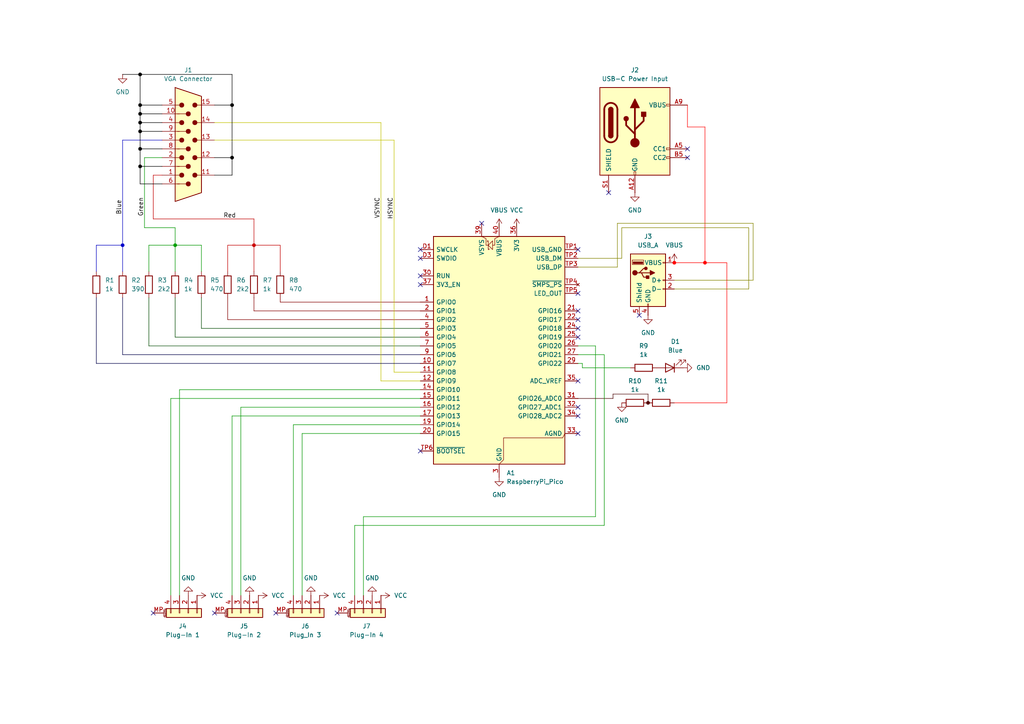
<source format=kicad_sch>
(kicad_sch (version 20250114) (generator "eeschema") (generator_version "9.0")
  (paper "A4")
  (title_block (title "Picomputer - Schematic"))
  (lib_symbols
    (symbol "Connector:DE15_Pins_HighDensity" (pin_names (offset 1.016) (hide yes))
      (property "Reference" "J" (at 0 21.59 0))
      (property "Value" "DE15_Pins_HighDensity" (at 0 19.05 0))
      (symbol "DE15_Pins_HighDensity_0_1"
        (polyline (pts (xy -3.81 17.78) (xy -3.81 -15.24) (xy 3.81 -12.7) (xy 3.81 15.24) (xy -3.81 17.78)) (stroke (width 0.254)) (fill (type background)))
        (polyline (pts (xy -3.175 -5.08) (xy -0.635 -5.08)))
        (circle (center -1.905 12.7) (radius 0.635) (fill (type outline)))
        (circle (center -1.905 7.62) (radius 0.635) (fill (type outline)))
        (circle (center -1.905 2.54) (radius 0.635) (fill (type outline)))
        (circle (center -1.905 -2.54) (radius 0.635) (fill (type outline)))
        (circle (center -1.905 -7.62) (radius 0.635) (fill (type outline)))
        (polyline (pts (xy -0.635 10.16) (xy -3.175 10.16)))
        (polyline (pts (xy -0.635 5.08) (xy -3.175 5.08)))
        (polyline (pts (xy -0.635 0) (xy -3.175 0)))
        (polyline (pts (xy -0.635 -10.16) (xy -3.175 -10.16)))
        (circle (center 0 10.16) (radius 0.635) (fill (type outline)))
        (circle (center 0 5.08) (radius 0.635) (fill (type outline)))
        (circle (center 0 0) (radius 0.635) (fill (type outline)))
        (circle (center 0 -5.08) (radius 0.635) (fill (type outline)))
        (circle (center 0 -10.16) (radius 0.635) (fill (type outline)))
        (circle (center 1.905 12.7) (radius 0.635) (fill (type outline)))
        (circle (center 1.905 7.62) (radius 0.635) (fill (type outline)))
        (circle (center 1.905 2.54) (radius 0.635) (fill (type outline)))
        (circle (center 1.905 -2.54) (radius 0.635) (fill (type outline)))
        (circle (center 1.905 -7.62) (radius 0.635) (fill (type outline)))
      )
      (symbol "DE15_Pins_HighDensity_1_1"
        (pin passive line (at -7.62 12.7 0) (length 5.08) (name "~") (number "5"))
        (pin passive line (at -7.62 10.16 0) (length 5.08) (name "~") (number "10"))
        (pin passive line (at -7.62 7.62 0) (length 5.08) (name "~") (number "4"))
        (pin passive line (at -7.62 5.08 0) (length 5.08) (name "~") (number "9"))
        (pin passive line (at -7.62 2.54 0) (length 5.08) (name "~") (number "3"))
        (pin passive line (at -7.62 0 0) (length 5.08) (name "~") (number "8"))
        (pin passive line (at -7.62 -2.54 0) (length 5.08) (name "~") (number "2"))
        (pin passive line (at -7.62 -5.08 0) (length 5.08) (name "~") (number "7"))
        (pin passive line (at -7.62 -7.62 0) (length 5.08) (name "~") (number "1"))
        (pin passive line (at -7.62 -10.16 0) (length 5.08) (name "~") (number "6"))
        (pin passive line (at 7.62 12.7 180) (length 5.08) (name "~") (number "15"))
        (pin passive line (at 7.62 7.62 180) (length 5.08) (name "~") (number "14"))
        (pin passive line (at 7.62 2.54 180) (length 5.08) (name "~") (number "13"))
        (pin passive line (at 7.62 -2.54 180) (length 5.08) (name "~") (number "12"))
        (pin passive line (at 7.62 -7.62 180) (length 5.08) (name "~") (number "11"))
      )
    )
    (symbol "Connector:USB_A" (pin_names (offset 1.016))
      (property "Reference" "J" (at -5.08 11.43 0))
      (property "Value" "USB_A" (at -5.08 8.89 0))
      (symbol "USB_A_0_1"
        (rectangle (start -5.08 -7.62) (end 5.08 7.62) (stroke (width 0.254)) (fill (type background)))
        (circle (center -3.81 2.159) (radius 0.635) (stroke (width 0.254)) (fill (type outline)))
        (polyline (pts (xy -3.175 2.159) (xy -2.54 2.159) (xy -1.27 3.429) (xy -0.635 3.429)) (stroke (width 0.254)))
        (polyline (pts (xy -2.54 2.159) (xy -1.905 2.159) (xy -1.27 0.889) (xy 0 0.889)) (stroke (width 0.254)))
        (rectangle (start -1.524 4.826) (end -4.318 5.334) (fill (type outline)))
        (rectangle (start -1.27 4.572) (end -4.572 5.842))
        (circle (center -0.635 3.429) (radius 0.381) (stroke (width 0.254)) (fill (type outline)))
        (rectangle (start -0.127 -7.62) (end 0.127 -6.858))
        (rectangle (start 0.254 1.27) (end -0.508 0.508) (stroke (width 0.254)) (fill (type outline)))
        (polyline (pts (xy 0.635 2.794) (xy 0.635 1.524) (xy 1.905 2.159) (xy 0.635 2.794)) (stroke (width 0.254)) (fill (type outline)))
        (rectangle (start 5.08 4.953) (end 4.318 5.207))
        (rectangle (start 5.08 -0.127) (end 4.318 0.127))
        (rectangle (start 5.08 -2.667) (end 4.318 -2.413))
      )
      (symbol "USB_A_1_1"
        (polyline (pts (xy -1.905 2.159) (xy 0.635 2.159)) (stroke (width 0.254)))
        (pin passive line (at -2.54 -10.16 90) (length 2.54) (name "Shield") (number "5"))
        (pin power_in line (at 0 -10.16 90) (length 2.54) (name "GND") (number "4"))
        (pin power_in line (at 7.62 5.08 180) (length 2.54) (name "VBUS") (number "1"))
        (pin bidirectional line (at 7.62 0 180) (length 2.54) (name "D+") (number "3"))
        (pin bidirectional line (at 7.62 -2.54 180) (length 2.54) (name "D-") (number "2"))
      )
    )
    (symbol "Connector:USB_C_Receptacle_PowerOnly_6P" (pin_names (offset 1.016))
      (property "Reference" "J" (at 0 16.51 0))
      (property "Value" "USB_C_Receptacle_PowerOnly_6P" (at 0 13.97 0))
      (symbol "USB_C_Receptacle_PowerOnly_6P_0_0"
        (rectangle (start -0.254 -12.7) (end 0.254 -11.684))
        (rectangle (start 10.16 7.874) (end 9.144 7.366))
        (rectangle (start 10.16 -4.826) (end 9.144 -5.334))
        (rectangle (start 10.16 -7.366) (end 9.144 -7.874))
      )
      (symbol "USB_C_Receptacle_PowerOnly_6P_0_1"
        (rectangle (start -10.16 12.7) (end 10.16 -12.7) (stroke (width 0.254)) (fill (type background)))
        (polyline (pts (xy -8.89 -1.27) (xy -8.89 6.35)) (stroke (width 0.508)))
        (rectangle (start -7.62 -1.27) (end -6.35 6.35) (stroke (width 0.254)) (fill (type outline)))
        (arc (start -7.62 6.35) (mid -6.985 6.9823) (end -6.35 6.35) (stroke (width 0.254)))
        (arc (start -7.62 6.35) (mid -6.985 6.9823) (end -6.35 6.35) (stroke (width 0.254)) (fill (type outline)))
        (arc (start -8.89 6.35) (mid -6.985 8.2467) (end -5.08 6.35) (stroke (width 0.508)))
        (arc (start -5.08 -1.27) (mid -6.985 -3.1667) (end -8.89 -1.27) (stroke (width 0.508)))
        (arc (start -6.35 -1.27) (mid -6.985 -1.9023) (end -7.62 -1.27) (stroke (width 0.254)))
        (arc (start -6.35 -1.27) (mid -6.985 -1.9023) (end -7.62 -1.27) (stroke (width 0.254)) (fill (type outline)))
        (polyline (pts (xy -5.08 6.35) (xy -5.08 -1.27)) (stroke (width 0.508)))
        (circle (center -2.54 3.683) (radius 0.635) (stroke (width 0.254)) (fill (type outline)))
        (polyline (pts (xy -1.27 6.858) (xy 0 9.398) (xy 1.27 6.858) (xy -1.27 6.858)) (stroke (width 0.254)) (fill (type outline)))
        (polyline (pts (xy 0 0.508) (xy 2.54 3.048) (xy 2.54 4.318)) (stroke (width 0.508)))
        (polyline (pts (xy 0 -0.762) (xy -2.54 1.778) (xy -2.54 3.048)) (stroke (width 0.508)))
        (polyline (pts (xy 0 -3.302) (xy 0 6.858)) (stroke (width 0.508)))
        (circle (center 0 -3.302) (radius 1.27) (fill (type outline)))
        (rectangle (start 1.905 4.318) (end 3.175 5.588) (stroke (width 0.254)) (fill (type outline)))
      )
      (symbol "USB_C_Receptacle_PowerOnly_6P_1_1"
        (pin passive line (at -7.62 -17.78 90) (length 5.08) (name "SHIELD") (number "S1"))
        (pin passive line (at 0 -17.78 90) (length 5.08) (name "GND") (number "A12"))
        (pin passive line (at 0 -17.78 90) (length 5.08) (hide yes) (name "GND") (number "B12"))
        (pin passive line (at 15.24 7.62 180) (length 5.08) (name "VBUS") (number "A9"))
        (pin passive line (at 15.24 7.62 180) (length 5.08) (hide yes) (name "VBUS") (number "B9"))
        (pin bidirectional line (at 15.24 -5.08 180) (length 5.08) (name "CC1") (number "A5"))
        (pin bidirectional line (at 15.24 -7.62 180) (length 5.08) (name "CC2") (number "B5"))
      )
    )
    (symbol "Connector_Generic_MountingPin:Conn_01x04_MountingPin" (pin_names (offset 1.016) (hide yes))
      (property "Reference" "J" (at 0 5.08 0))
      (property "Value" "Conn_01x04_MountingPin" (at 1.27 -7.62 0))
      (symbol "Conn_01x04_MountingPin_1_1"
        (rectangle (start -1.27 3.81) (end 1.27 -6.35) (stroke (width 0.254)) (fill (type background)))
        (rectangle (start -1.27 2.667) (end 0 2.413) (stroke (width 0.1524)))
        (rectangle (start -1.27 0.127) (end 0 -0.127) (stroke (width 0.1524)))
        (rectangle (start -1.27 -2.413) (end 0 -2.667) (stroke (width 0.1524)))
        (rectangle (start -1.27 -4.953) (end 0 -5.207) (stroke (width 0.1524)))
        (polyline (pts (xy -1.016 -7.112) (xy 1.016 -7.112)) (stroke (width 0.1524)))
        (text "Mounting" (at 0 -6.731 0) (effects (font (size 0.381 0.381))))
        (pin passive line (at -5.08 2.54 0) (length 3.81) (name "Pin_1") (number "1"))
        (pin passive line (at -5.08 0 0) (length 3.81) (name "Pin_2") (number "2"))
        (pin passive line (at -5.08 -2.54 0) (length 3.81) (name "Pin_3") (number "3"))
        (pin passive line (at -5.08 -5.08 0) (length 3.81) (name "Pin_4") (number "4"))
        (pin passive line (at 0 -10.16 90) (length 3.048) (name "MountPin") (number "MP"))
      )
    )
    (symbol "Device:LED" (pin_numbers (hide yes)) (pin_names (offset 1.016) (hide yes))
      (property "Reference" "D" (at 0 2.54 0))
      (property "Value" "LED" (at 0 -2.54 0))
      (symbol "LED_0_1"
        (polyline (pts (xy -3.048 -0.762) (xy -4.572 -2.286) (xy -3.81 -2.286) (xy -4.572 -2.286) (xy -4.572 -1.524)))
        (polyline (pts (xy -1.778 -0.762) (xy -3.302 -2.286) (xy -2.54 -2.286) (xy -3.302 -2.286) (xy -3.302 -1.524)))
        (polyline (pts (xy -1.27 0) (xy 1.27 0)))
        (polyline (pts (xy -1.27 -1.27) (xy -1.27 1.27)) (stroke (width 0.254)))
        (polyline (pts (xy 1.27 -1.27) (xy 1.27 1.27) (xy -1.27 0) (xy 1.27 -1.27)) (stroke (width 0.254)))
      )
      (symbol "LED_1_1"
        (pin passive line (at -3.81 0 0) (length 2.54) (name "K") (number "1"))
        (pin passive line (at 3.81 0 180) (length 2.54) (name "A") (number "2"))
      )
    )
    (symbol "Device:R" (pin_numbers (hide yes)) (pin_names (offset 0))
      (property "Reference" "R" (at 2.032 0 90))
      (property "Value" "R" (at 0 0 90))
      (symbol "R_0_1"
        (rectangle (start -1.016 -2.54) (end 1.016 2.54) (stroke (width 0.254)))
      )
      (symbol "R_1_1"
        (pin passive line (at 0 3.81 270) (length 1.27) (name "~") (number "1"))
        (pin passive line (at 0 -3.81 90) (length 1.27) (name "~") (number "2"))
      )
    )
    (symbol "MCU_Module:RaspberryPi_Pico_Extensive" (pin_names (offset 0.762))
      (property "Reference" "A" (at -19.05 35.56 0))
      (property "Value" "RaspberryPi_Pico" (at 7.62 35.56 0))
      (symbol "RaspberryPi_Pico_Extensive_0_1"
        (rectangle (start -19.05 34.29) (end 19.05 -31.75) (stroke (width 0.254)) (fill (type background)))
        (polyline (pts (xy -5.08 34.29) (xy -3.81 33.655) (xy -3.81 31.75) (xy -3.175 31.75)))
        (polyline (pts (xy -3.429 32.766) (xy -3.429 33.02) (xy -3.175 33.02) (xy -3.175 30.48) (xy -2.921 30.48) (xy -2.921 30.734)))
        (polyline (pts (xy -3.175 31.75) (xy -1.905 33.02) (xy -1.905 30.48) (xy -3.175 31.75)))
        (polyline (pts (xy 0 34.29) (xy -1.27 33.655) (xy -1.27 31.75) (xy -1.905 31.75)))
        (polyline (pts (xy 0 -31.75) (xy 1.27 -30.48) (xy 1.27 -24.13) (xy 18.415 -24.13) (xy 19.05 -22.86)))
      )
      (symbol "RaspberryPi_Pico_Extensive_1_1"
        (pin input line (at -22.86 30.48 0) (length 3.81) (name "SWCLK") (number "D1"))
        (pin bidirectional line (at -22.86 27.94 0) (length 3.81) (name "SWDIO") (number "D3"))
        (pin passive line (at -22.86 22.86 0) (length 3.81) (name "RUN") (number "30"))
        (pin passive line (at -22.86 20.32 0) (length 3.81) (name "3V3_EN") (number "37"))
        (pin bidirectional line (at -22.86 15.24 0) (length 3.81) (name "GPIO0") (number "1"))
        (pin bidirectional line (at -22.86 12.7 0) (length 3.81) (name "GPIO1") (number "2"))
        (pin bidirectional line (at -22.86 10.16 0) (length 3.81) (name "GPIO2") (number "4"))
        (pin bidirectional line (at -22.86 7.62 0) (length 3.81) (name "GPIO3") (number "5"))
        (pin bidirectional line (at -22.86 5.08 0) (length 3.81) (name "GPIO4") (number "6"))
        (pin bidirectional line (at -22.86 2.54 0) (length 3.81) (name "GPIO5") (number "7"))
        (pin bidirectional line (at -22.86 0 0) (length 3.81) (name "GPIO6") (number "9"))
        (pin bidirectional line (at -22.86 -2.54 0) (length 3.81) (name "GPIO7") (number "10"))
        (pin bidirectional line (at -22.86 -5.08 0) (length 3.81) (name "GPIO8") (number "11"))
        (pin bidirectional line (at -22.86 -7.62 0) (length 3.81) (name "GPIO9") (number "12"))
        (pin bidirectional line (at -22.86 -10.16 0) (length 3.81) (name "GPIO10") (number "14"))
        (pin bidirectional line (at -22.86 -12.7 0) (length 3.81) (name "GPIO11") (number "15"))
        (pin bidirectional line (at -22.86 -15.24 0) (length 3.81) (name "GPIO12") (number "16"))
        (pin bidirectional line (at -22.86 -17.78 0) (length 3.81) (name "GPIO13") (number "17"))
        (pin bidirectional line (at -22.86 -20.32 0) (length 3.81) (name "GPIO14") (number "19"))
        (pin bidirectional line (at -22.86 -22.86 0) (length 3.81) (name "GPIO15") (number "20"))
        (pin input line (at -22.86 -27.94 0) (length 3.81) (name "~{BOOTSEL}") (number "TP6"))
        (pin power_in line (at -5.08 38.1 270) (length 3.81) (name "VSYS") (number "39"))
        (pin power_out line (at 0 38.1 270) (length 3.81) (name "VBUS") (number "40"))
        (pin passive line (at 0 -35.56 90) (length 3.81) (hide yes) (name "GND") (number "13"))
        (pin passive line (at 0 -35.56 90) (length 3.81) (hide yes) (name "GND") (number "18"))
        (pin passive line (at 0 -35.56 90) (length 3.81) (hide yes) (name "GND") (number "23"))
        (pin passive line (at 0 -35.56 90) (length 3.81) (hide yes) (name "GND") (number "28"))
        (pin power_out line (at 0 -35.56 90) (length 3.81) (name "GND") (number "3"))
        (pin passive line (at 0 -35.56 90) (length 3.81) (hide yes) (name "GND") (number "38"))
        (pin passive line (at 0 -35.56 90) (length 3.81) (hide yes) (name "GND") (number "8"))
        (pin passive line (at 0 -35.56 90) (length 3.81) (hide yes) (name "GND") (number "D2"))
        (pin power_out line (at 5.08 38.1 270) (length 3.81) (name "3V3") (number "36"))
        (pin power_out line (at 22.86 30.48 180) (length 3.81) (name "USB_GND") (number "TP1"))
        (pin bidirectional line (at 22.86 27.94 180) (length 3.81) (name "USB_DM") (number "TP2"))
        (pin bidirectional line (at 22.86 25.4 180) (length 3.81) (name "USB_DP") (number "TP3"))
        (pin no_connect line (at 22.86 20.32 180) (length 3.81) (name "~{SMPS_PS}") (number "TP4"))
        (pin output line (at 22.86 17.78 180) (length 3.81) (name "LED_OUT") (number "TP5"))
        (pin bidirectional line (at 22.86 12.7 180) (length 3.81) (name "GPIO16") (number "21"))
        (pin bidirectional line (at 22.86 10.16 180) (length 3.81) (name "GPIO17") (number "22"))
        (pin bidirectional line (at 22.86 7.62 180) (length 3.81) (name "GPIO18") (number "24"))
        (pin bidirectional line (at 22.86 5.08 180) (length 3.81) (name "GPIO19") (number "25"))
        (pin bidirectional line (at 22.86 2.54 180) (length 3.81) (name "GPIO20") (number "26"))
        (pin bidirectional line (at 22.86 0 180) (length 3.81) (name "GPIO21") (number "27"))
        (pin bidirectional line (at 22.86 -2.54 180) (length 3.81) (name "GPIO22") (number "29"))
        (pin power_in line (at 22.86 -7.62 180) (length 3.81) (name "ADC_VREF") (number "35"))
        (pin bidirectional line (at 22.86 -12.7 180) (length 3.81) (name "GPIO26_ADC0") (number "31"))
        (pin bidirectional line (at 22.86 -15.24 180) (length 3.81) (name "GPIO27_ADC1") (number "32"))
        (pin bidirectional line (at 22.86 -17.78 180) (length 3.81) (name "GPIO28_ADC2") (number "34"))
        (pin power_out line (at 22.86 -22.86 180) (length 3.81) (name "AGND") (number "33"))
      )
    )
    (symbol "power:GND" (power) (pin_numbers (hide yes)) (pin_names (offset 0) (hide yes))
      (property "Value" "GND" (at 0 -3.81 0))
      (symbol "GND_0_1"
        (polyline (pts (xy 0 0) (xy 0 -1.27) (xy 1.27 -1.27) (xy 0 -2.54) (xy -1.27 -1.27) (xy 0 -1.27)))
      )
      (symbol "GND_1_1"
        (pin power_in line (at 0 0 270) (length 0) (name "~") (number "1"))
      )
    )
    (symbol "power:VBUS" (power) (pin_numbers (hide yes)) (pin_names (offset 0) (hide yes))
      (property "Value" "VBUS" (at 0 3.556 0))
      (symbol "VBUS_0_1"
        (polyline (pts (xy -0.762 1.27) (xy 0 2.54)))
        (polyline (pts (xy 0 2.54) (xy 0.762 1.27)))
        (polyline (pts (xy 0 0) (xy 0 2.54)))
      )
      (symbol "VBUS_1_1"
        (pin power_in line (at 0 0 90) (length 0) (name "~") (number "1"))
      )
    )
    (symbol "power:VCC" (power) (pin_numbers (hide yes)) (pin_names (offset 0) (hide yes))
      (property "Value" "VCC" (at 0 3.556 0))
      (symbol "VCC_0_1"
        (polyline (pts (xy -0.762 1.27) (xy 0 2.54)))
        (polyline (pts (xy 0 2.54) (xy 0.762 1.27)))
        (polyline (pts (xy 0 0) (xy 0 2.54)))
      )
      (symbol "VCC_1_1"
        (pin power_in line (at 0 0 90) (length 0) (name "~") (number "1"))
      )
    )
  )
  (junction (at 67.31 30.48) (color 0 0 0 1))
  (junction (at 40.64 48.26) (color 0 0 0 1))
  (junction (at 67.31 45.72) (color 0 0 0 1))
  (junction (at 40.64 21.59) (color 0 0 0 1))
  (junction (at 40.64 30.48) (color 0 0 0 1))
  (junction (at 35.56 71.12) (color 0 0 194 1))
  (junction (at 50.8 71.12))
  (junction (at 40.64 35.56) (color 0 0 0 1))
  (junction (at 187.96 116.84) (color 72 0 0 1))
  (junction (at 73.66 71.12) (color 194 0 0 1))
  (junction (at 40.64 33.02) (color 0 0 0 1))
  (junction (at 40.64 38.1) (color 0 0 0 1))
  (junction (at 40.64 43.18) (color 0 0 0 1))
  (junction (at 204.47 76.2) (color 255 0 0 1))
  (junction (at 195.58 76.2) (color 255 0 0 1))
  (no_connect (at 121.92 80.01))
  (no_connect (at 199.39 43.18))
  (no_connect (at 62.23 177.8))
  (no_connect (at 167.64 95.25))
  (no_connect (at 167.64 120.65))
  (no_connect (at 167.64 90.17))
  (no_connect (at 121.92 72.39))
  (no_connect (at 167.64 72.39))
  (no_connect (at 199.39 45.72))
  (no_connect (at 121.92 82.55))
  (no_connect (at 167.64 110.49))
  (no_connect (at 185.42 91.44))
  (no_connect (at 44.45 177.8))
  (no_connect (at 121.92 74.93))
  (no_connect (at 167.64 85.09))
  (no_connect (at 121.92 130.81))
  (no_connect (at 167.64 92.71))
  (no_connect (at 167.64 125.73))
  (no_connect (at 97.79 177.8))
  (no_connect (at 167.64 118.11))
  (no_connect (at 139.7 64.77))
  (no_connect (at 176.53 55.88))
  (no_connect (at 80.01 177.8))
  (no_connect (at 167.64 97.79))
  (wire (pts (xy 52.07 172.72) (xy 52.07 113.03)))
  (wire (pts (xy 121.92 92.71) (xy 66.04 92.71)) (stroke (width 0) (color 132 0 0 1)))
  (wire (pts (xy 81.28 87.63) (xy 81.28 86.36)) (stroke (width 0) (color 132 0 0 1)))
  (wire (pts (xy 58.42 78.74) (xy 58.42 71.12)))
  (wire (pts (xy 167.64 102.87) (xy 175.26 102.87)))
  (wire (pts (xy 187.96 116.84) (xy 187.96 114.3)) (stroke (width 0) (color 72 0 0 1)))
  (wire (pts (xy 58.42 71.12) (xy 50.8 71.12)))
  (wire (pts (xy 110.49 110.49) (xy 121.92 110.49)) (stroke (width 0) (color 194 194 0 1)))
  (wire (pts (xy 49.53 172.72) (xy 49.53 115.57)))
  (wire (pts (xy 40.64 33.02) (xy 40.64 35.56)) (stroke (width 0) (color 0 0 0 1)))
  (wire (pts (xy 102.87 152.4) (xy 102.87 172.72)))
  (wire (pts (xy 43.18 100.33) (xy 43.18 86.36)) (stroke (width 0) (color 0 72 0 1)))
  (wire (pts (xy 87.63 125.73) (xy 121.92 125.73)))
  (wire (pts (xy 40.64 38.1) (xy 40.64 43.18)) (stroke (width 0) (color 0 0 0 1)))
  (wire (pts (xy 35.56 40.64) (xy 35.56 71.12)) (stroke (width 0) (color 0 0 194 1)))
  (wire (pts (xy 175.26 102.87) (xy 175.26 152.4)))
  (wire (pts (xy 121.92 105.41) (xy 27.94 105.41)) (stroke (width 0) (color 0 0 72 1)))
  (wire (pts (xy 73.66 71.12) (xy 73.66 78.74)) (stroke (width 0) (color 194 0 0 1)))
  (wire (pts (xy 46.99 40.64) (xy 35.56 40.64)) (stroke (width 0) (color 0 0 194 1)))
  (wire (pts (xy 144.78 64.77) (xy 144.78 66.04)))
  (wire (pts (xy 114.3 40.64) (xy 114.3 107.95)) (stroke (width 0) (color 194 194 0 1)))
  (wire (pts (xy 40.64 30.48) (xy 46.99 30.48)) (stroke (width 0) (color 0 0 0 1)))
  (wire (pts (xy 46.99 53.34) (xy 40.64 53.34)) (stroke (width 0) (color 0 0 0 1)))
  (wire (pts (xy 218.44 81.28) (xy 195.58 81.28)) (stroke (width 0) (color 132 132 0 1)))
  (wire (pts (xy 40.64 53.34) (xy 40.64 48.26)) (stroke (width 0) (color 0 0 0 1)))
  (wire (pts (xy 87.63 125.73) (xy 87.63 172.72)))
  (wire (pts (xy 50.8 66.04) (xy 50.8 71.12)))
  (wire (pts (xy 62.23 30.48) (xy 67.31 30.48)) (stroke (width 0) (color 0 0 0 1)))
  (wire (pts (xy 62.23 50.8) (xy 67.31 50.8)) (stroke (width 0) (color 0 0 0 1)))
  (wire (pts (xy 180.34 74.93) (xy 180.34 66.04)) (stroke (width 0) (color 132 132 0 1)))
  (wire (pts (xy 27.94 105.41) (xy 27.94 86.36)) (stroke (width 0) (color 0 0 72 1)))
  (wire (pts (xy 46.99 50.8) (xy 44.45 50.8)) (stroke (width 0) (color 194 0 0 1)))
  (wire (pts (xy 35.56 102.87) (xy 35.56 86.36)) (stroke (width 0) (color 0 0 72 1)))
  (wire (pts (xy 177.8 115.57) (xy 177.8 114.3)) (stroke (width 0) (color 72 0 0 1)))
  (wire (pts (xy 66.04 71.12) (xy 66.04 78.74)) (stroke (width 0) (color 194 0 0 1)))
  (wire (pts (xy 121.92 97.79) (xy 50.8 97.79)) (stroke (width 0) (color 0 72 0 1)))
  (wire (pts (xy 167.64 77.47) (xy 179.07 77.47)) (stroke (width 0) (color 132 132 0 1)))
  (wire (pts (xy 121.92 87.63) (xy 81.28 87.63)) (stroke (width 0) (color 132 0 0 1)))
  (wire (pts (xy 199.39 30.48) (xy 199.39 36.83)) (stroke (width 0) (color 255 0 0 1)))
  (wire (pts (xy 69.85 118.11) (xy 121.92 118.11)))
  (wire (pts (xy 218.44 64.77) (xy 218.44 81.28)) (stroke (width 0) (color 132 132 0 1)))
  (wire (pts (xy 199.39 36.83) (xy 204.47 36.83)) (stroke (width 0) (color 255 0 0 1)))
  (wire (pts (xy 67.31 50.8) (xy 67.31 45.72)) (stroke (width 0) (color 0 0 0 1)))
  (wire (pts (xy 73.66 63.5) (xy 73.66 71.12)) (stroke (width 0) (color 194 0 0 1)))
  (wire (pts (xy 50.8 97.79) (xy 50.8 86.36)) (stroke (width 0) (color 0 72 0 1)))
  (wire (pts (xy 35.56 71.12) (xy 35.56 78.74)) (stroke (width 0) (color 0 0 194 1)))
  (wire (pts (xy 85.09 123.19) (xy 85.09 172.72)))
  (wire (pts (xy 67.31 21.59) (xy 40.64 21.59)) (stroke (width 0) (color 0 0 0 1)))
  (wire (pts (xy 210.82 116.84) (xy 210.82 76.2)) (stroke (width 0) (color 255 0 0 1)))
  (wire (pts (xy 58.42 95.25) (xy 58.42 86.36)) (stroke (width 0) (color 0 72 0 1)))
  (wire (pts (xy 121.92 100.33) (xy 43.18 100.33)) (stroke (width 0) (color 0 72 0 1)))
  (wire (pts (xy 217.17 83.82) (xy 195.58 83.82)) (stroke (width 0) (color 132 132 0 1)))
  (wire (pts (xy 172.72 100.33) (xy 172.72 149.86)))
  (wire (pts (xy 46.99 38.1) (xy 40.64 38.1)) (stroke (width 0) (color 0 0 0 1)))
  (wire (pts (xy 149.86 64.77) (xy 149.86 66.04)))
  (wire (pts (xy 62.23 40.64) (xy 114.3 40.64)) (stroke (width 0) (color 194 194 0 1)))
  (wire (pts (xy 114.3 107.95) (xy 121.92 107.95)) (stroke (width 0) (color 194 194 0 1)))
  (wire (pts (xy 168.91 106.68) (xy 182.88 106.68)))
  (wire (pts (xy 179.07 64.77) (xy 218.44 64.77)) (stroke (width 0) (color 132 132 0 1)))
  (wire (pts (xy 67.31 120.65) (xy 121.92 120.65)))
  (wire (pts (xy 50.8 71.12) (xy 43.18 71.12)))
  (wire (pts (xy 210.82 76.2) (xy 204.47 76.2)) (stroke (width 0) (color 255 0 0 1)))
  (wire (pts (xy 167.64 100.33) (xy 172.72 100.33)))
  (wire (pts (xy 40.64 48.26) (xy 40.64 43.18)) (stroke (width 0) (color 0 0 0 1)))
  (wire (pts (xy 67.31 45.72) (xy 67.31 30.48)) (stroke (width 0) (color 0 0 0 1)))
  (wire (pts (xy 66.04 92.71) (xy 66.04 86.36)) (stroke (width 0) (color 132 0 0 1)))
  (wire (pts (xy 179.07 77.47) (xy 179.07 64.77)) (stroke (width 0) (color 132 132 0 1)))
  (wire (pts (xy 204.47 36.83) (xy 204.47 76.2)) (stroke (width 0) (color 255 0 0 1)))
  (wire (pts (xy 46.99 45.72) (xy 41.91 45.72)))
  (wire (pts (xy 40.64 35.56) (xy 40.64 38.1)) (stroke (width 0) (color 0 0 0 1)))
  (wire (pts (xy 67.31 172.72) (xy 67.31 120.65)))
  (wire (pts (xy 46.99 48.26) (xy 40.64 48.26)) (stroke (width 0) (color 0 0 0 1)))
  (wire (pts (xy 175.26 152.4) (xy 102.87 152.4)))
  (wire (pts (xy 180.34 66.04) (xy 217.17 66.04)) (stroke (width 0) (color 132 132 0 1)))
  (wire (pts (xy 40.64 21.59) (xy 35.56 21.59)) (stroke (width 0) (color 0 0 0 1)))
  (wire (pts (xy 121.92 102.87) (xy 35.56 102.87)) (stroke (width 0) (color 0 0 72 1)))
  (wire (pts (xy 52.07 113.03) (xy 121.92 113.03)))
  (wire (pts (xy 217.17 66.04) (xy 217.17 83.82)) (stroke (width 0) (color 132 132 0 1)))
  (wire (pts (xy 49.53 115.57) (xy 121.92 115.57)))
  (wire (pts (xy 40.64 21.59) (xy 40.64 30.48)) (stroke (width 0) (color 0 0 0 1)))
  (wire (pts (xy 44.45 63.5) (xy 73.66 63.5)) (stroke (width 0) (color 194 0 0 1)))
  (wire (pts (xy 177.8 115.57) (xy 167.64 115.57)) (stroke (width 0) (color 72 0 0 1)))
  (wire (pts (xy 85.09 123.19) (xy 121.92 123.19)))
  (wire (pts (xy 41.91 66.04) (xy 50.8 66.04)))
  (wire (pts (xy 73.66 90.17) (xy 73.66 86.36)) (stroke (width 0) (color 132 0 0 1)))
  (wire (pts (xy 167.64 74.93) (xy 180.34 74.93)) (stroke (width 0) (color 132 132 0 1)))
  (wire (pts (xy 167.64 105.41) (xy 168.91 105.41)))
  (wire (pts (xy 46.99 33.02) (xy 40.64 33.02)) (stroke (width 0) (color 0 0 0 1)))
  (wire (pts (xy 73.66 71.12) (xy 81.28 71.12)) (stroke (width 0) (color 194 0 0 1)))
  (wire (pts (xy 50.8 71.12) (xy 50.8 78.74)))
  (wire (pts (xy 62.23 45.72) (xy 67.31 45.72)) (stroke (width 0) (color 0 0 0 1)))
  (wire (pts (xy 195.58 116.84) (xy 210.82 116.84)) (stroke (width 0) (color 255 0 0 1)))
  (wire (pts (xy 204.47 76.2) (xy 195.58 76.2)) (stroke (width 0) (color 255 0 0 1)))
  (wire (pts (xy 46.99 43.18) (xy 40.64 43.18)) (stroke (width 0) (color 0 0 0 1)))
  (wire (pts (xy 73.66 71.12) (xy 66.04 71.12)) (stroke (width 0) (color 194 0 0 1)))
  (wire (pts (xy 105.41 149.86) (xy 105.41 172.72)))
  (wire (pts (xy 46.99 35.56) (xy 40.64 35.56)) (stroke (width 0) (color 0 0 0 1)))
  (wire (pts (xy 62.23 35.56) (xy 110.49 35.56)) (stroke (width 0) (color 194 194 0 1)))
  (wire (pts (xy 69.85 172.72) (xy 69.85 118.11)))
  (wire (pts (xy 121.92 95.25) (xy 58.42 95.25)) (stroke (width 0) (color 0 72 0 1)))
  (wire (pts (xy 27.94 71.12) (xy 35.56 71.12)) (stroke (width 0) (color 0 0 194 1)))
  (wire (pts (xy 43.18 71.12) (xy 43.18 78.74)))
  (wire (pts (xy 172.72 149.86) (xy 105.41 149.86)))
  (wire (pts (xy 168.91 105.41) (xy 168.91 106.68)))
  (wire (pts (xy 67.31 30.48) (xy 67.31 21.59)) (stroke (width 0) (color 0 0 0 1)))
  (wire (pts (xy 187.96 114.3) (xy 177.8 114.3)) (stroke (width 0) (color 72 0 0 1)))
  (wire (pts (xy 121.92 90.17) (xy 73.66 90.17)) (stroke (width 0) (color 132 0 0 1)))
  (wire (pts (xy 110.49 35.56) (xy 110.49 110.49)) (stroke (width 0) (color 194 194 0 1)))
  (wire (pts (xy 27.94 78.74) (xy 27.94 71.12)) (stroke (width 0) (color 0 0 194 1)))
  (wire (pts (xy 41.91 45.72) (xy 41.91 66.04)))
  (wire (pts (xy 40.64 30.48) (xy 40.64 33.02)) (stroke (width 0) (color 0 0 0 1)))
  (wire (pts (xy 81.28 71.12) (xy 81.28 78.74)) (stroke (width 0) (color 194 0 0 1)))
  (wire (pts (xy 44.45 50.8) (xy 44.45 63.5)) (stroke (width 0) (color 194 0 0 1)))
  (label "HSYNC" (at 114.3 57.15 270))
  (label "VSYNC" (at 110.49 57.15 270))
  (label "Blue" (at 35.56 62.23 90))
  (label "Green" (at 41.91 57.15 270))
  (label "Red" (at 64.77 63.5 0))
  (symbol (lib_id "power:GND") (at 144.78 138.43 0) (unit 1)
    (property "Reference" "#PWR02" (effects (hide yes)))
    (property "Value" "GND" (at 144.78 143.51 0))
    (property "Description" "Power symbol creates a global label with name \"GND\" , ground" (effects (hide yes)))
  )
  (symbol (lib_id "power:GND") (at 90.17 172.72 180) (unit 1)
    (property "Reference" "#PWR014" (effects (hide yes)))
    (property "Value" "GND" (at 90.17 167.64 0))
    (property "Description" "Power symbol creates a global label with name \"GND\" , ground" (effects (hide yes)))
  )
  (symbol (lib_id "Device:R") (at 43.18 82.55 0) (unit 1)
    (property "Reference" "R3" (at 45.72 81.2799 0) (effects (justify left)))
    (property "Value" "2k2" (at 45.72 83.8199 0) (effects (justify left)))
    (property "Footprint" "Resistor_THT:R_Axial_DIN0204_L3.6mm_D1.6mm_P5.08mm_Horizontal" (effects (hide yes)))
    (property "Description" "Resistor" (effects (hide yes)))
  )
  (symbol (lib_id "power:VBUS") (at 195.58 76.2 0) (unit 1)
    (property "Reference" "#PWR06" (effects (hide yes)))
    (property "Value" "VBUS" (at 195.58 71.12 0))
    (property "Description" "Power symbol creates a global label with name \"VBUS\"" (effects (hide yes)))
  )
  (symbol (lib_id "power:GND") (at 72.39 172.72 180) (unit 1)
    (property "Reference" "#PWR013" (effects (hide yes)))
    (property "Value" "GND" (at 72.39 167.64 0))
    (property "Description" "Power symbol creates a global label with name \"GND\" , ground" (effects (hide yes)))
  )
  (symbol (lib_id "Device:R") (at 50.8 82.55 0) (unit 1)
    (property "Reference" "R4" (at 53.34 81.2799 0) (effects (justify left)))
    (property "Value" "1k" (at 53.34 83.8199 0) (effects (justify left)))
    (property "Footprint" "Resistor_THT:R_Axial_DIN0204_L3.6mm_D1.6mm_P5.08mm_Horizontal" (effects (hide yes)))
    (property "Description" "Resistor" (effects (hide yes)))
  )
  (symbol (lib_id "MCU_Module:RaspberryPi_Pico_Extensive") (at 144.78 102.87 0) (unit 1)
    (property "Reference" "A1" (at 146.9233 137.16 0) (effects (justify left)))
    (property "Value" "RaspberryPi_Pico" (at 146.9233 139.7 0) (effects (justify left)))
    (property "Footprint" "Module:RaspberryPi_Pico_SMD" (effects (hide yes)))
    (property "Datasheet" "https://datasheets.raspberrypi.com/pico/pico-datasheet.pdf" (effects (hide yes)))
    (property "Description" "Versatile and inexpensive microcontroller module (with full pinout for test point and debug connections) powered by RP2040 dual-core Arm Cortex-M0+ processor up to 133 MHz, 264kB SRAM, 2MB QSPI flash; also supports Raspberry Pi Pico 2" (effects (hide yes)))
  )
  (symbol (lib_id "Device:R") (at 184.15 116.84 90) (unit 1)
    (property "Reference" "R10" (at 184.15 110.49 90))
    (property "Value" "1k" (at 184.15 113.03 90))
    (property "Footprint" "Resistor_THT:R_Axial_DIN0204_L3.6mm_D1.6mm_P5.08mm_Horizontal" (effects (hide yes)))
    (property "Description" "Resistor" (effects (hide yes)))
  )
  (symbol (lib_id "Connector_Generic_MountingPin:Conn_01x04_MountingPin") (at 72.39 177.8 270) (unit 1)
    (property "Reference" "J5" (at 70.7644 181.61 90))
    (property "Value" "Plug-In 2" (at 70.7644 184.15 90))
    (property "Footprint" "Connector_PinSocket_2.54mm:PinSocket_1x04_P2.54mm_Vertical" (effects (hide yes)))
    (property "Description" "Generic connectable mounting pin connector, single row, 01x04, script generated (kicad-library-utils/schlib/autogen/connector/)" (effects (hide yes)))
  )
  (symbol (lib_id "power:GND") (at 198.12 106.68 90) (unit 1)
    (property "Reference" "#PWR016" (effects (hide yes)))
    (property "Value" "GND" (at 201.93 106.6799 90) (effects (justify right)))
    (property "Description" "Power symbol creates a global label with name \"GND\" , ground" (effects (hide yes)))
  )
  (symbol (lib_id "Device:R") (at 81.28 82.55 0) (unit 1)
    (property "Reference" "R8" (at 83.82 81.2799 0) (effects (justify left)))
    (property "Value" "470" (at 83.82 83.8199 0) (effects (justify left)))
    (property "Footprint" "Resistor_THT:R_Axial_DIN0204_L3.6mm_D1.6mm_P5.08mm_Horizontal" (effects (hide yes)))
    (property "Description" "Resistor" (effects (hide yes)))
  )
  (symbol (lib_id "Device:R") (at 66.04 82.55 0) (unit 1)
    (property "Reference" "R6" (at 68.58 81.2799 0) (effects (justify left)))
    (property "Value" "2k2" (at 68.58 83.8199 0) (effects (justify left)))
    (property "Footprint" "Resistor_THT:R_Axial_DIN0204_L3.6mm_D1.6mm_P5.08mm_Horizontal" (effects (hide yes)))
    (property "Description" "Resistor" (effects (hide yes)))
  )
  (symbol (lib_id "Device:R") (at 186.69 106.68 270) (unit 1)
    (property "Reference" "R9" (at 186.69 100.33 90))
    (property "Value" "1k" (at 186.69 102.87 90))
    (property "Footprint" "Resistor_THT:R_Axial_DIN0204_L3.6mm_D1.6mm_P5.08mm_Horizontal" (effects (hide yes)))
    (property "Description" "Resistor" (effects (hide yes)))
  )
  (symbol (lib_id "power:GND") (at 54.61 172.72 180) (unit 1)
    (property "Reference" "#PWR012" (effects (hide yes)))
    (property "Value" "GND" (at 54.61 167.64 0))
    (property "Description" "Power symbol creates a global label with name \"GND\" , ground" (effects (hide yes)))
  )
  (symbol (lib_id "power:VCC") (at 57.15 172.72 270) (unit 1)
    (property "Reference" "#PWR08" (effects (hide yes)))
    (property "Value" "VCC" (at 60.96 172.7199 90) (effects (justify left)))
    (property "Description" "Power symbol creates a global label with name \"VCC\"" (effects (hide yes)))
  )
  (symbol (lib_id "Connector_Generic_MountingPin:Conn_01x04_MountingPin") (at 90.17 177.8 270) (unit 1)
    (property "Reference" "J6" (at 88.5444 181.61 90))
    (property "Value" "Plug_In 3" (at 88.5444 184.15 90))
    (property "Footprint" "Connector_PinSocket_2.54mm:PinSocket_1x04_P2.54mm_Vertical" (effects (hide yes)))
    (property "Description" "Generic connectable mounting pin connector, single row, 01x04, script generated (kicad-library-utils/schlib/autogen/connector/)" (effects (hide yes)))
  )
  (symbol (lib_id "Device:LED") (at 194.31 106.68 180) (unit 1)
    (property "Reference" "D1" (at 195.8975 99.06 0))
    (property "Value" "Blue" (at 195.8975 101.6 0))
    (property "Footprint" "LED_THT:LED_D3.0mm" (effects (hide yes)))
    (property "Description" "Light emitting diode" (effects (hide yes)))
    (property "Sim.Pins" "1=K 2=A" (effects (hide yes)))
  )
  (symbol (lib_id "power:GND") (at 180.34 116.84 0) (unit 1)
    (property "Reference" "#PWR017" (effects (hide yes)))
    (property "Value" "GND" (at 180.34 121.92 0))
    (property "Description" "Power symbol creates a global label with name \"GND\" , ground" (effects (hide yes)))
  )
  (symbol (lib_id "power:GND") (at 184.15 55.88 0) (unit 1)
    (property "Reference" "#PWR05" (effects (hide yes)))
    (property "Value" "GND" (at 184.15 60.96 0))
    (property "Description" "Power symbol creates a global label with name \"GND\" , ground" (effects (hide yes)))
  )
  (symbol (lib_id "Connector_Generic_MountingPin:Conn_01x04_MountingPin") (at 54.61 177.8 270) (unit 1)
    (property "Reference" "J4" (at 52.9844 181.61 90))
    (property "Value" "Plug-In 1" (at 52.9844 184.15 90))
    (property "Footprint" "Connector_PinSocket_2.54mm:PinSocket_1x04_P2.54mm_Vertical" (effects (hide yes)))
    (property "Description" "Generic connectable mounting pin connector, single row, 01x04, script generated (kicad-library-utils/schlib/autogen/connector/)" (effects (hide yes)))
  )
  (symbol (lib_id "power:VCC") (at 74.93 172.72 270) (unit 1)
    (property "Reference" "#PWR09" (effects (hide yes)))
    (property "Value" "VCC" (at 78.74 172.7199 90) (effects (justify left)))
    (property "Description" "Power symbol creates a global label with name \"VCC\"" (effects (hide yes)))
  )
  (symbol (lib_id "Connector:USB_C_Receptacle_PowerOnly_6P") (at 184.15 38.1 0) (unit 1)
    (property "Reference" "J2" (at 184.15 20.32 0))
    (property "Value" "USB-C Power Input" (at 184.15 22.86 0))
    (property "Footprint" "Connector_USB:USB_C_Receptacle_GCT_USB4125-xx-x_6P_TopMnt_Horizontal" (effects (hide yes)))
    (property "Datasheet" "https://www.usb.org/sites/default/files/documents/usb_type-c.zip" (effects (hide yes)))
    (property "Description" "USB Power-Only 6P Type-C Receptacle connector" (effects (hide yes)))
  )
  (symbol (lib_id "Device:R") (at 58.42 82.55 0) (unit 1)
    (property "Reference" "R5" (at 60.96 81.2799 0) (effects (justify left)))
    (property "Value" "470" (at 60.96 83.8199 0) (effects (justify left)))
    (property "Footprint" "Resistor_THT:R_Axial_DIN0204_L3.6mm_D1.6mm_P5.08mm_Horizontal" (effects (hide yes)))
    (property "Description" "Resistor" (effects (hide yes)))
  )
  (symbol (lib_id "Device:R") (at 191.77 116.84 90) (unit 1)
    (property "Reference" "R11" (at 191.77 110.49 90))
    (property "Value" "1k" (at 191.77 113.03 90))
    (property "Footprint" "Resistor_THT:R_Axial_DIN0204_L3.6mm_D1.6mm_P5.08mm_Horizontal" (effects (hide yes)))
    (property "Description" "Resistor" (effects (hide yes)))
  )
  (symbol (lib_id "power:VCC") (at 92.71 172.72 270) (unit 1)
    (property "Reference" "#PWR010" (effects (hide yes)))
    (property "Value" "VCC" (at 96.52 172.7199 90) (effects (justify left)))
    (property "Description" "Power symbol creates a global label with name \"VCC\"" (effects (hide yes)))
  )
  (symbol (lib_id "power:GND") (at 107.95 172.72 180) (unit 1)
    (property "Reference" "#PWR015" (effects (hide yes)))
    (property "Value" "GND" (at 107.95 167.64 0))
    (property "Description" "Power symbol creates a global label with name \"GND\" , ground" (effects (hide yes)))
  )
  (symbol (lib_id "Device:R") (at 27.94 82.55 0) (unit 1)
    (property "Reference" "R1" (at 30.48 81.2799 0) (effects (justify left)))
    (property "Value" "1k" (at 30.48 83.8199 0) (effects (justify left)))
    (property "Footprint" "Resistor_THT:R_Axial_DIN0204_L3.6mm_D1.6mm_P5.08mm_Horizontal" (effects (hide yes)))
    (property "Description" "Resistor" (effects (hide yes)))
  )
  (symbol (lib_id "Device:R") (at 35.56 82.55 0) (unit 1)
    (property "Reference" "R2" (at 38.1 81.2799 0) (effects (justify left)))
    (property "Value" "390" (at 38.1 83.8199 0) (effects (justify left)))
    (property "Footprint" "Resistor_THT:R_Axial_DIN0204_L3.6mm_D1.6mm_P5.08mm_Horizontal" (effects (hide yes)))
    (property "Description" "Resistor" (effects (hide yes)))
  )
  (symbol (lib_id "power:VCC") (at 149.86 66.04 0) (unit 1)
    (property "Reference" "#PWR01" (effects (hide yes)))
    (property "Value" "VCC" (at 149.86 60.96 0))
    (property "Description" "Power symbol creates a global label with name \"VCC\"" (effects (hide yes)))
  )
  (symbol (lib_id "Connector:USB_A") (at 187.96 81.28 0) (unit 1)
    (property "Reference" "J3" (at 187.96 68.58 0))
    (property "Value" "USB_A" (at 187.96 71.12 0))
    (property "Footprint" "Connector_USB:USB_A_Connfly_DS1095" (effects (hide yes)))
    (property "Description" "USB Type A connector" (effects (hide yes)))
  )
  (symbol (lib_id "Connector_Generic_MountingPin:Conn_01x04_MountingPin") (at 107.95 177.8 270) (unit 1)
    (property "Reference" "J7" (at 106.3244 181.61 90))
    (property "Value" "Plug-In 4" (at 106.3244 184.15 90))
    (property "Footprint" "Connector_PinSocket_2.54mm:PinSocket_1x04_P2.54mm_Vertical" (effects (hide yes)))
    (property "Description" "Generic connectable mounting pin connector, single row, 01x04, script generated (kicad-library-utils/schlib/autogen/connector/)" (effects (hide yes)))
  )
  (symbol (lib_id "power:GND") (at 187.96 91.44 0) (unit 1)
    (property "Reference" "#PWR07" (effects (hide yes)))
    (property "Value" "GND" (at 187.96 96.52 0))
    (property "Description" "Power symbol creates a global label with name \"GND\" , ground" (effects (hide yes)))
  )
  (symbol (lib_id "power:VCC") (at 110.49 172.72 270) (unit 1)
    (property "Reference" "#PWR011" (effects (hide yes)))
    (property "Value" "VCC" (at 114.3 172.7199 90) (effects (justify left)))
    (property "Description" "Power symbol creates a global label with name \"VCC\"" (effects (hide yes)))
  )
  (symbol (lib_id "power:GND") (at 35.56 21.59 0) (unit 1)
    (property "Reference" "#PWR03" (effects (hide yes)))
    (property "Value" "GND" (at 35.56 26.67 0))
    (property "Description" "Power symbol creates a global label with name \"GND\" , ground" (effects (hide yes)))
  )
  (symbol (lib_id "Device:R") (at 73.66 82.55 0) (unit 1)
    (property "Reference" "R7" (at 76.2 81.2799 0) (effects (justify left)))
    (property "Value" "1k" (at 76.2 83.8199 0) (effects (justify left)))
    (property "Footprint" "Resistor_THT:R_Axial_DIN0204_L3.6mm_D1.6mm_P5.08mm_Horizontal" (effects (hide yes)))
    (property "Description" "Resistor" (effects (hide yes)))
  )
  (symbol (lib_id "power:VBUS") (at 144.78 66.04 0) (unit 1)
    (property "Reference" "#PWR04" (effects (hide yes)))
    (property "Value" "VBUS" (at 144.78 60.96 0))
    (property "Description" "Power symbol creates a global label with name \"VBUS\"" (effects (hide yes)))
  )
  (symbol (lib_id "Connector:DE15_Pins_HighDensity") (at 54.61 43.18 0) (unit 1)
    (property "Reference" "J1" (at 54.61 20.32 0))
    (property "Value" "VGA Connector" (at 54.61 22.86 0))
    (property "Footprint" "Connector_Dsub:DSUB-15_Socket_Horizontal_P2.77x2.54mm_EdgePinOffset9.40mm" (effects (hide yes)))
    (property "Description" "15-pin male plug socket D-SUB connector, High density (3 columns), Triple Row, Generic, VGA-connector" (effects (hide yes)))
  )
)
</source>
